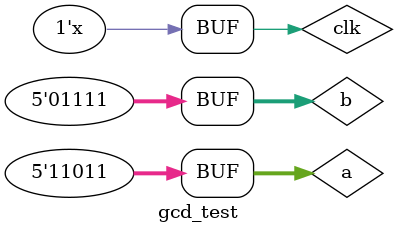
<source format=v>


module gcd_test;

    reg [4:0] a = 27;
    reg [4:0] b = 15;
    reg clk;

    always #1 clk = ~clk;
    
    wire [4:0] result;

    gcd gcd_inst(
        .a(a),
        .b(b),
        .clk(clk),
        .result(result1)
    );

endmodule

</source>
